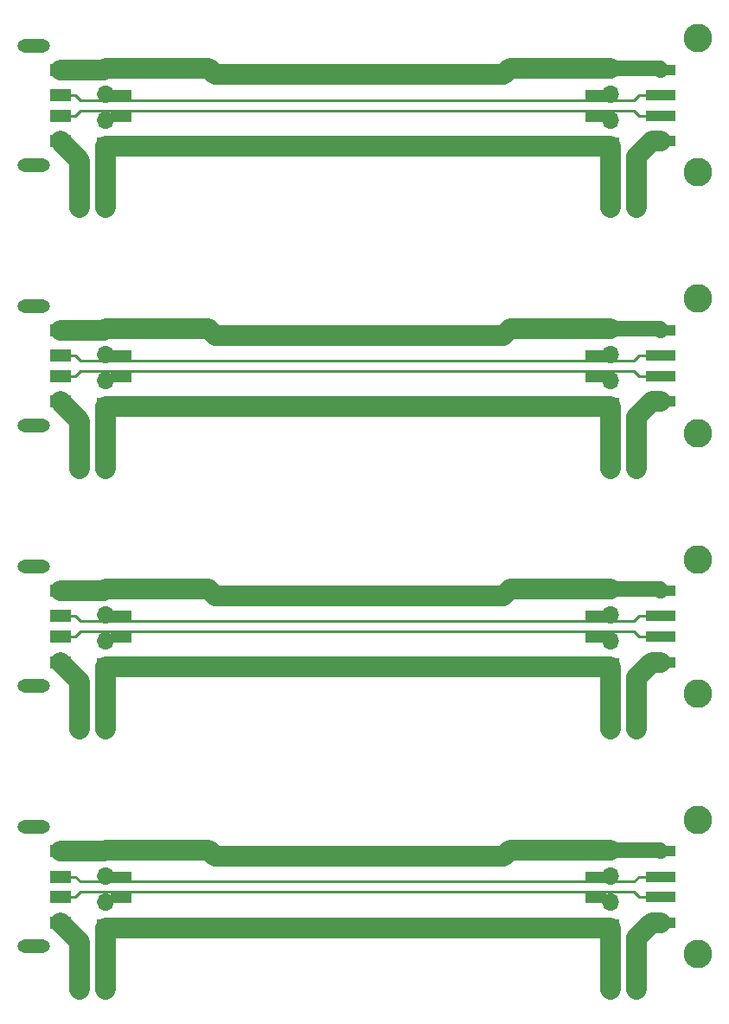
<source format=gbr>
G04 #@! TF.GenerationSoftware,KiCad,Pcbnew,5.1.6-c6e7f7d~86~ubuntu16.04.1*
G04 #@! TF.CreationDate,2020-05-16T13:50:45+09:00*
G04 #@! TF.ProjectId,output.usb_breakout_array,6f757470-7574-42e7-9573-625f62726561,rev?*
G04 #@! TF.SameCoordinates,Original*
G04 #@! TF.FileFunction,Copper,L1,Top*
G04 #@! TF.FilePolarity,Positive*
%FSLAX46Y46*%
G04 Gerber Fmt 4.6, Leading zero omitted, Abs format (unit mm)*
G04 Created by KiCad (PCBNEW 5.1.6-c6e7f7d~86~ubuntu16.04.1) date 2020-05-16 13:50:45*
%MOMM*%
%LPD*%
G01*
G04 APERTURE LIST*
G04 #@! TA.AperFunction,NonConductor*
%ADD10C,0.100000*%
G04 #@! TD*
G04 #@! TA.AperFunction,ConnectorPad*
%ADD11R,2.880000X1.120000*%
G04 #@! TD*
G04 #@! TA.AperFunction,ComponentPad*
%ADD12C,2.800000*%
G04 #@! TD*
G04 #@! TA.AperFunction,ConnectorPad*
%ADD13R,2.000000X1.200000*%
G04 #@! TD*
G04 #@! TA.AperFunction,ComponentPad*
%ADD14O,3.200000X1.300000*%
G04 #@! TD*
G04 #@! TA.AperFunction,ComponentPad*
%ADD15R,1.700000X1.700000*%
G04 #@! TD*
G04 #@! TA.AperFunction,ComponentPad*
%ADD16O,1.700000X1.700000*%
G04 #@! TD*
G04 #@! TA.AperFunction,Conductor*
%ADD17C,0.270000*%
G04 #@! TD*
G04 #@! TA.AperFunction,Conductor*
%ADD18C,0.250000*%
G04 #@! TD*
G04 #@! TA.AperFunction,Conductor*
%ADD19C,2.000000*%
G04 #@! TD*
G04 #@! TA.AperFunction,Conductor*
%ADD20C,1.500000*%
G04 #@! TD*
G04 APERTURE END LIST*
D10*
G36*
X174000000Y-172000000D02*
G01*
X172000000Y-172000000D01*
X172000000Y-171000000D01*
X174000000Y-171000000D01*
X174000000Y-172000000D01*
G37*
X174000000Y-172000000D02*
X172000000Y-172000000D01*
X172000000Y-171000000D01*
X174000000Y-171000000D01*
X174000000Y-172000000D01*
G36*
X174000000Y-146500000D02*
G01*
X172000000Y-146500000D01*
X172000000Y-145500000D01*
X174000000Y-145500000D01*
X174000000Y-146500000D01*
G37*
X174000000Y-146500000D02*
X172000000Y-146500000D01*
X172000000Y-145500000D01*
X174000000Y-145500000D01*
X174000000Y-146500000D01*
G36*
X174000000Y-121000000D02*
G01*
X172000000Y-121000000D01*
X172000000Y-120000000D01*
X174000000Y-120000000D01*
X174000000Y-121000000D01*
G37*
X174000000Y-121000000D02*
X172000000Y-121000000D01*
X172000000Y-120000000D01*
X174000000Y-120000000D01*
X174000000Y-121000000D01*
G36*
X127500000Y-170000000D02*
G01*
X125500000Y-170000000D01*
X125500000Y-169000000D01*
X127500000Y-169000000D01*
X127500000Y-170000000D01*
G37*
X127500000Y-170000000D02*
X125500000Y-170000000D01*
X125500000Y-169000000D01*
X127500000Y-169000000D01*
X127500000Y-170000000D01*
G36*
X127500000Y-144500000D02*
G01*
X125500000Y-144500000D01*
X125500000Y-143500000D01*
X127500000Y-143500000D01*
X127500000Y-144500000D01*
G37*
X127500000Y-144500000D02*
X125500000Y-144500000D01*
X125500000Y-143500000D01*
X127500000Y-143500000D01*
X127500000Y-144500000D01*
G36*
X127500000Y-119000000D02*
G01*
X125500000Y-119000000D01*
X125500000Y-118000000D01*
X127500000Y-118000000D01*
X127500000Y-119000000D01*
G37*
X127500000Y-119000000D02*
X125500000Y-119000000D01*
X125500000Y-118000000D01*
X127500000Y-118000000D01*
X127500000Y-119000000D01*
G36*
X127500000Y-172000000D02*
G01*
X125500000Y-172000000D01*
X125500000Y-171000000D01*
X127500000Y-171000000D01*
X127500000Y-172000000D01*
G37*
X127500000Y-172000000D02*
X125500000Y-172000000D01*
X125500000Y-171000000D01*
X127500000Y-171000000D01*
X127500000Y-172000000D01*
G36*
X127500000Y-146500000D02*
G01*
X125500000Y-146500000D01*
X125500000Y-145500000D01*
X127500000Y-145500000D01*
X127500000Y-146500000D01*
G37*
X127500000Y-146500000D02*
X125500000Y-146500000D01*
X125500000Y-145500000D01*
X127500000Y-145500000D01*
X127500000Y-146500000D01*
G36*
X127500000Y-121000000D02*
G01*
X125500000Y-121000000D01*
X125500000Y-120000000D01*
X127500000Y-120000000D01*
X127500000Y-121000000D01*
G37*
X127500000Y-121000000D02*
X125500000Y-121000000D01*
X125500000Y-120000000D01*
X127500000Y-120000000D01*
X127500000Y-121000000D01*
G36*
X174000000Y-170000000D02*
G01*
X172000000Y-170000000D01*
X172000000Y-169000000D01*
X174000000Y-169000000D01*
X174000000Y-170000000D01*
G37*
X174000000Y-170000000D02*
X172000000Y-170000000D01*
X172000000Y-169000000D01*
X174000000Y-169000000D01*
X174000000Y-170000000D01*
G36*
X174000000Y-144500000D02*
G01*
X172000000Y-144500000D01*
X172000000Y-143500000D01*
X174000000Y-143500000D01*
X174000000Y-144500000D01*
G37*
X174000000Y-144500000D02*
X172000000Y-144500000D01*
X172000000Y-143500000D01*
X174000000Y-143500000D01*
X174000000Y-144500000D01*
G36*
X174000000Y-119000000D02*
G01*
X172000000Y-119000000D01*
X172000000Y-118000000D01*
X174000000Y-118000000D01*
X174000000Y-119000000D01*
G37*
X174000000Y-119000000D02*
X172000000Y-119000000D01*
X172000000Y-118000000D01*
X174000000Y-118000000D01*
X174000000Y-119000000D01*
G36*
X127500000Y-93500000D02*
G01*
X125500000Y-93500000D01*
X125500000Y-92500000D01*
X127500000Y-92500000D01*
X127500000Y-93500000D01*
G37*
X127500000Y-93500000D02*
X125500000Y-93500000D01*
X125500000Y-92500000D01*
X127500000Y-92500000D01*
X127500000Y-93500000D01*
G36*
X127500000Y-95500000D02*
G01*
X125500000Y-95500000D01*
X125500000Y-94500000D01*
X127500000Y-94500000D01*
X127500000Y-95500000D01*
G37*
X127500000Y-95500000D02*
X125500000Y-95500000D01*
X125500000Y-94500000D01*
X127500000Y-94500000D01*
X127500000Y-95500000D01*
G36*
X174000000Y-95500000D02*
G01*
X172000000Y-95500000D01*
X172000000Y-94500000D01*
X174000000Y-94500000D01*
X174000000Y-95500000D01*
G37*
X174000000Y-95500000D02*
X172000000Y-95500000D01*
X172000000Y-94500000D01*
X174000000Y-94500000D01*
X174000000Y-95500000D01*
G36*
X174000000Y-93500000D02*
G01*
X172000000Y-93500000D01*
X172000000Y-92500000D01*
X174000000Y-92500000D01*
X174000000Y-93500000D01*
G37*
X174000000Y-93500000D02*
X172000000Y-93500000D01*
X172000000Y-92500000D01*
X174000000Y-92500000D01*
X174000000Y-93500000D01*
D11*
X179420000Y-174000000D03*
X179420000Y-171500000D03*
X179420000Y-169500000D03*
X179420000Y-167000000D03*
D12*
X183000000Y-177070000D03*
X183000000Y-163930000D03*
D11*
X179420000Y-148500000D03*
X179420000Y-146000000D03*
X179420000Y-144000000D03*
X179420000Y-141500000D03*
D12*
X183000000Y-151570000D03*
X183000000Y-138430000D03*
D11*
X179420000Y-123000000D03*
X179420000Y-120500000D03*
X179420000Y-118500000D03*
X179420000Y-116000000D03*
D12*
X183000000Y-126070000D03*
X183000000Y-112930000D03*
D13*
X120600000Y-174000000D03*
X120600000Y-171500000D03*
X120600000Y-169500000D03*
X120600000Y-167000000D03*
D14*
X118000000Y-176350000D03*
X118000000Y-164650000D03*
D13*
X120600000Y-148500000D03*
X120600000Y-146000000D03*
X120600000Y-144000000D03*
X120600000Y-141500000D03*
D14*
X118000000Y-150850000D03*
X118000000Y-139150000D03*
D13*
X120600000Y-123000000D03*
X120600000Y-120500000D03*
X120600000Y-118500000D03*
X120600000Y-116000000D03*
D14*
X118000000Y-125350000D03*
X118000000Y-113650000D03*
D15*
X174500000Y-174500000D03*
D16*
X174500000Y-171960000D03*
X174500000Y-169420000D03*
X174500000Y-166880000D03*
D15*
X174500000Y-149000000D03*
D16*
X174500000Y-146460000D03*
X174500000Y-143920000D03*
X174500000Y-141380000D03*
D15*
X174500000Y-123500000D03*
D16*
X174500000Y-120960000D03*
X174500000Y-118420000D03*
X174500000Y-115880000D03*
D15*
X174460000Y-178000000D03*
D16*
X177000000Y-178000000D03*
X174460000Y-180540000D03*
X177000000Y-180540000D03*
D15*
X174460000Y-152500000D03*
D16*
X177000000Y-152500000D03*
X174460000Y-155040000D03*
X177000000Y-155040000D03*
D15*
X174460000Y-127000000D03*
D16*
X177000000Y-127000000D03*
X174460000Y-129540000D03*
X177000000Y-129540000D03*
D15*
X122500000Y-178000000D03*
D16*
X125040000Y-178000000D03*
X122500000Y-180540000D03*
X125040000Y-180540000D03*
D15*
X122500000Y-152500000D03*
D16*
X125040000Y-152500000D03*
X122500000Y-155040000D03*
X125040000Y-155040000D03*
D15*
X122500000Y-127000000D03*
D16*
X125040000Y-127000000D03*
X122500000Y-129540000D03*
X125040000Y-129540000D03*
D15*
X125000000Y-174500000D03*
D16*
X125000000Y-171960000D03*
X125000000Y-169420000D03*
X125000000Y-166880000D03*
D15*
X125000000Y-149000000D03*
D16*
X125000000Y-146460000D03*
X125000000Y-143920000D03*
X125000000Y-141380000D03*
D15*
X125000000Y-123500000D03*
D16*
X125000000Y-120960000D03*
X125000000Y-118420000D03*
X125000000Y-115880000D03*
X177000000Y-104040000D03*
X174460000Y-104040000D03*
X177000000Y-101500000D03*
D15*
X174460000Y-101500000D03*
D16*
X125040000Y-104040000D03*
X122500000Y-104040000D03*
X125040000Y-101500000D03*
D15*
X122500000Y-101500000D03*
D12*
X183000000Y-87430000D03*
X183000000Y-100570000D03*
D11*
X179420000Y-90500000D03*
X179420000Y-93000000D03*
X179420000Y-95000000D03*
X179420000Y-97500000D03*
D16*
X174500000Y-90380000D03*
X174500000Y-92920000D03*
X174500000Y-95460000D03*
D15*
X174500000Y-98000000D03*
D16*
X125000000Y-90380000D03*
X125000000Y-92920000D03*
X125000000Y-95460000D03*
D15*
X125000000Y-98000000D03*
D14*
X118000000Y-88150000D03*
X118000000Y-99850000D03*
D13*
X120600000Y-90500000D03*
X120600000Y-93000000D03*
X120600000Y-95000000D03*
X120600000Y-97500000D03*
D17*
X177259999Y-93000000D02*
X179420000Y-93000000D01*
X122100001Y-93000000D02*
X122585001Y-93485000D01*
X120600000Y-93000000D02*
X122100001Y-93000000D01*
X176774999Y-93485000D02*
X177259999Y-93000000D01*
D18*
X125000000Y-92920000D02*
X125000000Y-93470000D01*
X125000000Y-93470000D02*
X124985000Y-93485000D01*
D17*
X122585001Y-93485000D02*
X124985000Y-93485000D01*
D18*
X174500000Y-93470000D02*
X174515000Y-93485000D01*
X174500000Y-92920000D02*
X174500000Y-93470000D01*
D17*
X174515000Y-93485000D02*
X176774999Y-93485000D01*
X124985000Y-93485000D02*
X174515000Y-93485000D01*
X122100001Y-118500000D02*
X122585001Y-118985000D01*
X122100001Y-144000000D02*
X122585001Y-144485000D01*
X122100001Y-169500000D02*
X122585001Y-169985000D01*
X174515000Y-118985000D02*
X176774999Y-118985000D01*
X174515000Y-144485000D02*
X176774999Y-144485000D01*
X174515000Y-169985000D02*
X176774999Y-169985000D01*
D18*
X125000000Y-118420000D02*
X125000000Y-118970000D01*
X125000000Y-143920000D02*
X125000000Y-144470000D01*
X125000000Y-169420000D02*
X125000000Y-169970000D01*
D17*
X122585001Y-118985000D02*
X124985000Y-118985000D01*
X122585001Y-144485000D02*
X124985000Y-144485000D01*
X122585001Y-169985000D02*
X124985000Y-169985000D01*
X177259999Y-118500000D02*
X179420000Y-118500000D01*
X177259999Y-144000000D02*
X179420000Y-144000000D01*
X177259999Y-169500000D02*
X179420000Y-169500000D01*
D18*
X125000000Y-118970000D02*
X124985000Y-118985000D01*
X125000000Y-144470000D02*
X124985000Y-144485000D01*
X125000000Y-169970000D02*
X124985000Y-169985000D01*
X174500000Y-118420000D02*
X174500000Y-118970000D01*
X174500000Y-143920000D02*
X174500000Y-144470000D01*
X174500000Y-169420000D02*
X174500000Y-169970000D01*
D17*
X176774999Y-118985000D02*
X177259999Y-118500000D01*
X176774999Y-144485000D02*
X177259999Y-144000000D01*
X176774999Y-169985000D02*
X177259999Y-169500000D01*
X120600000Y-118500000D02*
X122100001Y-118500000D01*
X120600000Y-144000000D02*
X122100001Y-144000000D01*
X120600000Y-169500000D02*
X122100001Y-169500000D01*
X124985000Y-118985000D02*
X174515000Y-118985000D01*
X124985000Y-144485000D02*
X174515000Y-144485000D01*
X124985000Y-169985000D02*
X174515000Y-169985000D01*
D18*
X174500000Y-118970000D02*
X174515000Y-118985000D01*
X174500000Y-144470000D02*
X174515000Y-144485000D01*
X174500000Y-169970000D02*
X174515000Y-169985000D01*
D17*
X176774999Y-94515000D02*
X177259999Y-95000000D01*
X177259999Y-95000000D02*
X179420000Y-95000000D01*
X122100001Y-95000000D02*
X122585001Y-94515000D01*
X120600000Y-95000000D02*
X122100001Y-95000000D01*
D18*
X125000000Y-94530000D02*
X125015000Y-94515000D01*
X125000000Y-95460000D02*
X125000000Y-94530000D01*
D17*
X122585001Y-94515000D02*
X125015000Y-94515000D01*
D18*
X174500000Y-94530000D02*
X174515000Y-94515000D01*
X174500000Y-95460000D02*
X174500000Y-94530000D01*
D17*
X174515000Y-94515000D02*
X176774999Y-94515000D01*
X125015000Y-94515000D02*
X174515000Y-94515000D01*
D18*
X125000000Y-120960000D02*
X125000000Y-120030000D01*
X125000000Y-146460000D02*
X125000000Y-145530000D01*
X125000000Y-171960000D02*
X125000000Y-171030000D01*
X174500000Y-120030000D02*
X174515000Y-120015000D01*
X174500000Y-145530000D02*
X174515000Y-145515000D01*
X174500000Y-171030000D02*
X174515000Y-171015000D01*
X174500000Y-120960000D02*
X174500000Y-120030000D01*
X174500000Y-146460000D02*
X174500000Y-145530000D01*
X174500000Y-171960000D02*
X174500000Y-171030000D01*
D17*
X125015000Y-120015000D02*
X174515000Y-120015000D01*
X125015000Y-145515000D02*
X174515000Y-145515000D01*
X125015000Y-171015000D02*
X174515000Y-171015000D01*
D18*
X125000000Y-120030000D02*
X125015000Y-120015000D01*
X125000000Y-145530000D02*
X125015000Y-145515000D01*
X125000000Y-171030000D02*
X125015000Y-171015000D01*
D17*
X174515000Y-120015000D02*
X176774999Y-120015000D01*
X174515000Y-145515000D02*
X176774999Y-145515000D01*
X174515000Y-171015000D02*
X176774999Y-171015000D01*
X122100001Y-120500000D02*
X122585001Y-120015000D01*
X122100001Y-146000000D02*
X122585001Y-145515000D01*
X122100001Y-171500000D02*
X122585001Y-171015000D01*
X176774999Y-120015000D02*
X177259999Y-120500000D01*
X176774999Y-145515000D02*
X177259999Y-146000000D01*
X176774999Y-171015000D02*
X177259999Y-171500000D01*
X177259999Y-120500000D02*
X179420000Y-120500000D01*
X177259999Y-146000000D02*
X179420000Y-146000000D01*
X177259999Y-171500000D02*
X179420000Y-171500000D01*
X122585001Y-120015000D02*
X125015000Y-120015000D01*
X122585001Y-145515000D02*
X125015000Y-145515000D01*
X122585001Y-171015000D02*
X125015000Y-171015000D01*
X120600000Y-120500000D02*
X122100001Y-120500000D01*
X120600000Y-146000000D02*
X122100001Y-146000000D01*
X120600000Y-171500000D02*
X122100001Y-171500000D01*
D19*
X124880000Y-90500000D02*
X125000000Y-90380000D01*
X120600000Y-90500000D02*
X124880000Y-90500000D01*
D20*
X179300000Y-90380000D02*
X179420000Y-90500000D01*
X174500000Y-90380000D02*
X179300000Y-90380000D01*
D19*
X125000000Y-90380000D02*
X135120000Y-90380000D01*
X135120000Y-90380000D02*
X135740000Y-91000000D01*
X164620000Y-90380000D02*
X174500000Y-90380000D01*
X135740000Y-91000000D02*
X164000000Y-91000000D01*
X164000000Y-91000000D02*
X164620000Y-90380000D01*
X124880000Y-116000000D02*
X125000000Y-115880000D01*
X124880000Y-141500000D02*
X125000000Y-141380000D01*
X124880000Y-167000000D02*
X125000000Y-166880000D01*
X164000000Y-116500000D02*
X164620000Y-115880000D01*
X164000000Y-142000000D02*
X164620000Y-141380000D01*
X164000000Y-167500000D02*
X164620000Y-166880000D01*
X164620000Y-115880000D02*
X174500000Y-115880000D01*
X164620000Y-141380000D02*
X174500000Y-141380000D01*
X164620000Y-166880000D02*
X174500000Y-166880000D01*
X125000000Y-115880000D02*
X135120000Y-115880000D01*
X125000000Y-141380000D02*
X135120000Y-141380000D01*
X125000000Y-166880000D02*
X135120000Y-166880000D01*
X120600000Y-116000000D02*
X124880000Y-116000000D01*
X120600000Y-141500000D02*
X124880000Y-141500000D01*
X120600000Y-167000000D02*
X124880000Y-167000000D01*
X135740000Y-116500000D02*
X164000000Y-116500000D01*
X135740000Y-142000000D02*
X164000000Y-142000000D01*
X135740000Y-167500000D02*
X164000000Y-167500000D01*
D20*
X174500000Y-115880000D02*
X179300000Y-115880000D01*
X174500000Y-141380000D02*
X179300000Y-141380000D01*
X174500000Y-166880000D02*
X179300000Y-166880000D01*
D19*
X135120000Y-115880000D02*
X135740000Y-116500000D01*
X135120000Y-141380000D02*
X135740000Y-142000000D01*
X135120000Y-166880000D02*
X135740000Y-167500000D01*
D20*
X179300000Y-115880000D02*
X179420000Y-116000000D01*
X179300000Y-141380000D02*
X179420000Y-141500000D01*
X179300000Y-166880000D02*
X179420000Y-167000000D01*
D19*
X125000000Y-98000000D02*
X174500000Y-98000000D01*
X177000000Y-101500000D02*
X177000000Y-104040000D01*
X174460000Y-98040000D02*
X174500000Y-98000000D01*
X174460000Y-104040000D02*
X174460000Y-98040000D01*
X125040000Y-98040000D02*
X125000000Y-98000000D01*
X125040000Y-104040000D02*
X125040000Y-98040000D01*
X122500000Y-99400000D02*
X122500000Y-104040000D01*
X120600000Y-97500000D02*
X122500000Y-99400000D01*
X179420000Y-97500000D02*
X178500000Y-97500000D01*
X177000000Y-99000000D02*
X177000000Y-104040000D01*
X178500000Y-97500000D02*
X177000000Y-99000000D01*
X177000000Y-124500000D02*
X177000000Y-129540000D01*
X177000000Y-150000000D02*
X177000000Y-155040000D01*
X177000000Y-175500000D02*
X177000000Y-180540000D01*
X178500000Y-123000000D02*
X177000000Y-124500000D01*
X178500000Y-148500000D02*
X177000000Y-150000000D01*
X178500000Y-174000000D02*
X177000000Y-175500000D01*
X122500000Y-124900000D02*
X122500000Y-129540000D01*
X122500000Y-150400000D02*
X122500000Y-155040000D01*
X122500000Y-175900000D02*
X122500000Y-180540000D01*
X174460000Y-129540000D02*
X174460000Y-123540000D01*
X174460000Y-155040000D02*
X174460000Y-149040000D01*
X174460000Y-180540000D02*
X174460000Y-174540000D01*
X125040000Y-123540000D02*
X125000000Y-123500000D01*
X125040000Y-149040000D02*
X125000000Y-149000000D01*
X125040000Y-174540000D02*
X125000000Y-174500000D01*
X125040000Y-129540000D02*
X125040000Y-123540000D01*
X125040000Y-155040000D02*
X125040000Y-149040000D01*
X125040000Y-180540000D02*
X125040000Y-174540000D01*
X120600000Y-123000000D02*
X122500000Y-124900000D01*
X120600000Y-148500000D02*
X122500000Y-150400000D01*
X120600000Y-174000000D02*
X122500000Y-175900000D01*
X179420000Y-123000000D02*
X178500000Y-123000000D01*
X179420000Y-148500000D02*
X178500000Y-148500000D01*
X179420000Y-174000000D02*
X178500000Y-174000000D01*
X174460000Y-123540000D02*
X174500000Y-123500000D01*
X174460000Y-149040000D02*
X174500000Y-149000000D01*
X174460000Y-174540000D02*
X174500000Y-174500000D01*
X177000000Y-127000000D02*
X177000000Y-129540000D01*
X177000000Y-152500000D02*
X177000000Y-155040000D01*
X177000000Y-178000000D02*
X177000000Y-180540000D01*
X125000000Y-123500000D02*
X174500000Y-123500000D01*
X125000000Y-149000000D02*
X174500000Y-149000000D01*
X125000000Y-174500000D02*
X174500000Y-174500000D01*
M02*

</source>
